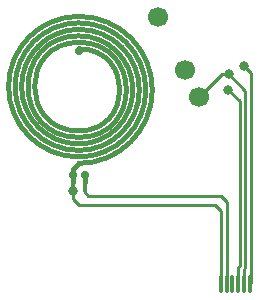
<source format=gbr>
%TF.GenerationSoftware,KiCad,Pcbnew,7.0.10*%
%TF.CreationDate,2024-08-10T06:33:11-07:00*%
%TF.ProjectId,carvera wireless charger circuit,63617276-6572-4612-9077-6972656c6573,rev?*%
%TF.SameCoordinates,Original*%
%TF.FileFunction,Copper,L2,Bot*%
%TF.FilePolarity,Positive*%
%FSLAX46Y46*%
G04 Gerber Fmt 4.6, Leading zero omitted, Abs format (unit mm)*
G04 Created by KiCad (PCBNEW 7.0.10) date 2024-08-10 06:33:11*
%MOMM*%
%LPD*%
G01*
G04 APERTURE LIST*
G04 Aperture macros list*
%AMRoundRect*
0 Rectangle with rounded corners*
0 $1 Rounding radius*
0 $2 $3 $4 $5 $6 $7 $8 $9 X,Y pos of 4 corners*
0 Add a 4 corners polygon primitive as box body*
4,1,4,$2,$3,$4,$5,$6,$7,$8,$9,$2,$3,0*
0 Add four circle primitives for the rounded corners*
1,1,$1+$1,$2,$3*
1,1,$1+$1,$4,$5*
1,1,$1+$1,$6,$7*
1,1,$1+$1,$8,$9*
0 Add four rect primitives between the rounded corners*
20,1,$1+$1,$2,$3,$4,$5,0*
20,1,$1+$1,$4,$5,$6,$7,0*
20,1,$1+$1,$6,$7,$8,$9,0*
20,1,$1+$1,$8,$9,$2,$3,0*%
G04 Aperture macros list end*
%TA.AperFunction,EtchedComponent*%
%ADD10C,0.400000*%
%TD*%
%TA.AperFunction,ComponentPad*%
%ADD11C,1.700000*%
%TD*%
%TA.AperFunction,SMDPad,CuDef*%
%ADD12RoundRect,0.100000X-0.100000X0.500000X-0.100000X-0.500000X0.100000X-0.500000X0.100000X0.500000X0*%
%TD*%
%TA.AperFunction,ComponentPad*%
%ADD13C,0.700000*%
%TD*%
%TA.AperFunction,SMDPad,CuDef*%
%ADD14RoundRect,0.075000X0.075000X0.675000X-0.075000X0.675000X-0.075000X-0.675000X0.075000X-0.675000X0*%
%TD*%
%TA.AperFunction,ViaPad*%
%ADD15C,0.800000*%
%TD*%
%TA.AperFunction,Conductor*%
%ADD16C,0.250000*%
%TD*%
G04 APERTURE END LIST*
D10*
%TO.C,L2*%
X0Y-6180000D02*
G75*
G03*
X0Y6270000I0J6225000D01*
G01*
X0Y-5630000D02*
G75*
G03*
X0Y5720000I0J5675000D01*
G01*
X0Y-5080000D02*
G75*
G03*
X0Y5170000I0J5125000D01*
G01*
X0Y-4530000D02*
G75*
G03*
X0Y4620000I0J4575000D01*
G01*
X0Y-3980000D02*
G75*
G03*
X0Y4070000I0J4025000D01*
G01*
X0Y-3430000D02*
G75*
G03*
X0Y3520000I0J3475000D01*
G01*
X0Y4070000D02*
G75*
G03*
X0Y-3430000I0J-3750000D01*
G01*
X0Y4620000D02*
G75*
G03*
X0Y-3980000I0J-4300000D01*
G01*
X0Y5170000D02*
G75*
G03*
X0Y-4530000I0J-4850000D01*
G01*
X0Y5720000D02*
G75*
G03*
X0Y-5080000I0J-5400000D01*
G01*
X0Y6270000D02*
G75*
G03*
X0Y-5630000I0J-5950000D01*
G01*
X500000Y-7280000D02*
X500000Y-7780000D01*
X-500000Y-6780000D02*
X-500000Y-7780000D01*
X0Y-6180000D02*
X-500000Y-6680000D01*
%TD*%
D11*
%TO.P,J4,1,Pin_1*%
%TO.N,Net-(J1-Pin_1)*%
X6680056Y6221248D03*
%TD*%
%TO.P,J3,1,Pin_1*%
%TO.N,Net-(J1-Pin_2)*%
X10198580Y-537774D03*
%TD*%
%TO.P,J2,1,Pin_1*%
%TO.N,Net-(J1-Pin_3)*%
X9025739Y1715233D03*
%TD*%
D12*
%TO.P,L2,2,2*%
%TO.N,Net-(J1-Pin_5)*%
X500000Y-8001000D03*
%TO.P,L2,1,1*%
%TO.N,Net-(J1-Pin_6)*%
X-500000Y-8001000D03*
D13*
%TO.P,L2,*%
%TO.N,*%
X500000Y-7180000D03*
X-500000Y-7180000D03*
X0Y3368000D03*
%TD*%
D14*
%TO.P,J1,6,Pin_6*%
%TO.N,Net-(J1-Pin_6)*%
X12007000Y-16390400D03*
%TO.P,J1,5,Pin_5*%
%TO.N,Net-(J1-Pin_5)*%
X12507000Y-16390400D03*
%TO.P,J1,4,Pin_4*%
%TO.N,unconnected-(J1-Pin_4-Pad4)*%
X13007000Y-16390400D03*
%TO.P,J1,3,Pin_3*%
%TO.N,Net-(J1-Pin_3)*%
X13511000Y-16390400D03*
%TO.P,J1,2,Pin_2*%
%TO.N,Net-(J1-Pin_2)*%
X14007000Y-16390400D03*
%TO.P,J1,1,Pin_1*%
%TO.N,Net-(J1-Pin_1)*%
X14507000Y-16390400D03*
%TD*%
D15*
%TO.N,Net-(J1-Pin_1)*%
X14011000Y2071600D03*
%TO.N,Net-(J1-Pin_3)*%
X12611000Y71600D03*
%TO.N,Net-(J1-Pin_2)*%
X12711000Y1371600D03*
%TO.N,Net-(J1-Pin_6)*%
X-500000Y-8480000D03*
%TD*%
D16*
%TO.N,Net-(J1-Pin_5)*%
X500000Y-8617400D02*
X500000Y-8305000D01*
X811000Y-8928400D02*
X500000Y-8617400D01*
X12507000Y-9424400D02*
X12011000Y-8928400D01*
X12011000Y-8928400D02*
X811000Y-8928400D01*
X12507000Y-16390400D02*
X12507000Y-9424400D01*
%TO.N,Net-(J1-Pin_6)*%
X-500000Y-9217400D02*
X-500000Y-8480000D01*
X11511000Y-9728400D02*
X11000Y-9728400D01*
X11000Y-9728400D02*
X-500000Y-9217400D01*
X12007000Y-16390400D02*
X12007000Y-10224400D01*
X12007000Y-10224400D02*
X11511000Y-9728400D01*
%TO.N,Net-(J1-Pin_1)*%
X14561000Y-16336400D02*
X14507000Y-16390400D01*
X14561000Y-15078400D02*
X14561000Y-16336400D01*
X14615000Y-15024400D02*
X14561000Y-15078400D01*
X14611000Y-4332400D02*
X14615000Y-4336400D01*
X14615000Y-4336400D02*
X14615000Y-15024400D01*
%TO.N,Net-(J1-Pin_2)*%
X14007000Y-15132400D02*
X14007000Y-16390400D01*
X14111000Y-28400D02*
X14111000Y-15028400D01*
X12711000Y1371600D02*
X14111000Y-28400D01*
X14111000Y-15028400D02*
X14007000Y-15132400D01*
%TO.N,Net-(J1-Pin_3)*%
X13511000Y-14928400D02*
X13511000Y-16390400D01*
X12611000Y71600D02*
X13611000Y-928400D01*
X13611000Y-928400D02*
X13611000Y-14828400D01*
X13611000Y-14828400D02*
X13511000Y-14928400D01*
%TO.N,Net-(J1-Pin_1)*%
X14611000Y1471600D02*
X14615000Y1471600D01*
X14011000Y2071600D02*
X14611000Y1471600D01*
X14615000Y1471600D02*
X14615000Y-4328400D01*
%TO.N,Net-(J1-Pin_2)*%
X12107954Y1371600D02*
X10198580Y-537774D01*
X12711000Y1371600D02*
X12107954Y1371600D01*
%TO.N,Net-(J1-Pin_6)*%
X-750000Y-8430000D02*
X-525000Y-8205000D01*
X-525000Y-8205000D02*
X-500000Y-8205000D01*
%TD*%
M02*

</source>
